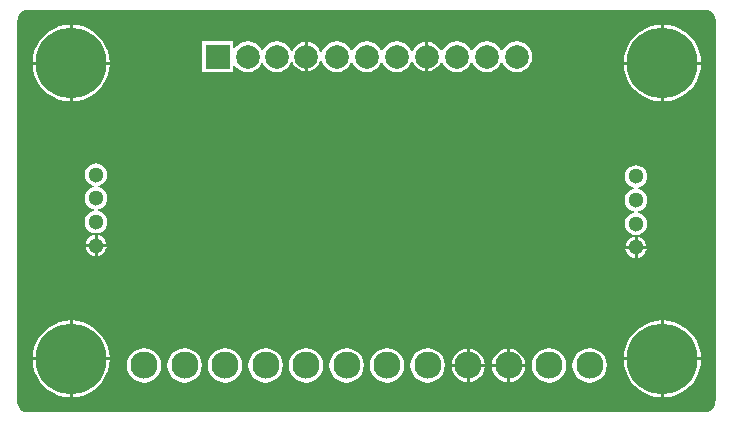
<source format=gbl>
G04 Layer_Physical_Order=2*
G04 Layer_Color=16711680*
%FSLAX25Y25*%
%MOIN*%
G70*
G01*
G75*
%ADD14C,0.02362*%
%ADD15C,0.23622*%
%ADD16C,0.05118*%
%ADD17C,0.09055*%
%ADD18C,0.07874*%
%ADD19R,0.07874X0.07874*%
%ADD20C,0.03543*%
G36*
X231532Y135954D02*
X232016Y135890D01*
X232826Y135555D01*
X233521Y135021D01*
X234055Y134326D01*
X234390Y133517D01*
X234489Y132766D01*
Y5894D01*
X234457Y5535D01*
X234444Y5468D01*
X234447Y5416D01*
X234409Y4936D01*
X234345Y4451D01*
X234010Y3641D01*
X233476Y2946D01*
X232781Y2413D01*
X231972Y2077D01*
X231468Y2011D01*
X5029D01*
X4279Y2110D01*
X3469Y2445D01*
X2774Y2979D01*
X2241Y3674D01*
X1905Y4484D01*
X1806Y5234D01*
Y132056D01*
X1806Y132500D01*
X1804Y132552D01*
X1841Y133032D01*
X1905Y133516D01*
X2241Y134326D01*
X2774Y135021D01*
X3469Y135555D01*
X4279Y135890D01*
X5030Y135989D01*
X230556Y135989D01*
X231000Y135989D01*
X231052Y135992D01*
X231532Y135954D01*
D02*
G37*
%LPC*%
G36*
X88205Y125634D02*
X86869Y125458D01*
X85624Y124943D01*
X84555Y124122D01*
X83735Y123053D01*
X83613Y122759D01*
X83113D01*
X82991Y123053D01*
X82171Y124122D01*
X81101Y124943D01*
X79856Y125458D01*
X78520Y125634D01*
X77184Y125458D01*
X75939Y124943D01*
X74870Y124122D01*
X74138Y123169D01*
X73638Y123303D01*
Y125590D01*
X63402D01*
Y115354D01*
X73638D01*
Y117641D01*
X74138Y117775D01*
X74870Y116822D01*
X75939Y116001D01*
X77184Y115486D01*
X78520Y115310D01*
X79856Y115486D01*
X81101Y116001D01*
X82171Y116822D01*
X82991Y117891D01*
X83113Y118185D01*
X83613D01*
X83735Y117891D01*
X84555Y116822D01*
X85624Y116001D01*
X86869Y115486D01*
X88205Y115310D01*
X89541Y115486D01*
X90786Y116001D01*
X91856Y116822D01*
X92676Y117891D01*
X92954Y118562D01*
X93495D01*
X93735Y117982D01*
X94527Y116951D01*
X95558Y116159D01*
X96759Y115662D01*
X97548Y115558D01*
Y120472D01*
Y125386D01*
X96759Y125282D01*
X95558Y124785D01*
X94527Y123993D01*
X93735Y122962D01*
X93495Y122382D01*
X92954D01*
X92676Y123053D01*
X91856Y124122D01*
X90786Y124943D01*
X89541Y125458D01*
X88205Y125634D01*
D02*
G37*
G36*
X168205D02*
X166869Y125458D01*
X165624Y124943D01*
X164555Y124122D01*
X163735Y123053D01*
X163476Y122429D01*
X162935D01*
X162676Y123053D01*
X161856Y124122D01*
X160786Y124943D01*
X159541Y125458D01*
X158205Y125634D01*
X156869Y125458D01*
X155624Y124943D01*
X154555Y124122D01*
X153735Y123053D01*
X153476Y122429D01*
X152935D01*
X152676Y123053D01*
X151856Y124122D01*
X150786Y124943D01*
X149541Y125458D01*
X148205Y125634D01*
X146869Y125458D01*
X145624Y124943D01*
X144555Y124122D01*
X143735Y123053D01*
X143378Y122192D01*
X142837D01*
X142518Y122962D01*
X141727Y123993D01*
X140695Y124785D01*
X139494Y125282D01*
X138705Y125386D01*
Y120472D01*
Y115558D01*
X139494Y115662D01*
X140695Y116159D01*
X141727Y116951D01*
X142518Y117982D01*
X142837Y118752D01*
X143378D01*
X143735Y117891D01*
X144555Y116822D01*
X145624Y116001D01*
X146869Y115486D01*
X148205Y115310D01*
X149541Y115486D01*
X150786Y116001D01*
X151856Y116822D01*
X152676Y117891D01*
X152935Y118516D01*
X153476D01*
X153735Y117891D01*
X154555Y116822D01*
X155624Y116001D01*
X156869Y115486D01*
X158205Y115310D01*
X159541Y115486D01*
X160786Y116001D01*
X161856Y116822D01*
X162676Y117891D01*
X162935Y118516D01*
X163476D01*
X163735Y117891D01*
X164555Y116822D01*
X165624Y116001D01*
X166869Y115486D01*
X168205Y115310D01*
X169541Y115486D01*
X170786Y116001D01*
X171856Y116822D01*
X172676Y117891D01*
X173192Y119136D01*
X173368Y120472D01*
X173192Y121808D01*
X172676Y123053D01*
X171856Y124122D01*
X170786Y124943D01*
X169541Y125458D01*
X168205Y125634D01*
D02*
G37*
G36*
X128205D02*
X126869Y125458D01*
X125624Y124943D01*
X124555Y124122D01*
X123735Y123053D01*
X123476Y122429D01*
X122935D01*
X122676Y123053D01*
X121856Y124122D01*
X120786Y124943D01*
X119541Y125458D01*
X118205Y125634D01*
X116869Y125458D01*
X115624Y124943D01*
X114555Y124122D01*
X113735Y123053D01*
X113476Y122429D01*
X112935D01*
X112676Y123053D01*
X111856Y124122D01*
X110786Y124943D01*
X109541Y125458D01*
X108205Y125634D01*
X106869Y125458D01*
X105624Y124943D01*
X104555Y124122D01*
X103735Y123053D01*
X103299Y122002D01*
X102758D01*
X102360Y122962D01*
X101569Y123993D01*
X100538Y124785D01*
X99337Y125282D01*
X98548Y125386D01*
Y120472D01*
Y115558D01*
X99337Y115662D01*
X100538Y116159D01*
X101569Y116951D01*
X102360Y117982D01*
X102758Y118942D01*
X103299D01*
X103735Y117891D01*
X104555Y116822D01*
X105624Y116001D01*
X106869Y115486D01*
X108205Y115310D01*
X109541Y115486D01*
X110786Y116001D01*
X111856Y116822D01*
X112676Y117891D01*
X112935Y118516D01*
X113476D01*
X113735Y117891D01*
X114555Y116822D01*
X115624Y116001D01*
X116869Y115486D01*
X118205Y115310D01*
X119541Y115486D01*
X120786Y116001D01*
X121856Y116822D01*
X122676Y117891D01*
X122935Y118516D01*
X123476D01*
X123735Y117891D01*
X124555Y116822D01*
X125624Y116001D01*
X126869Y115486D01*
X128205Y115310D01*
X129541Y115486D01*
X130787Y116001D01*
X131856Y116822D01*
X132676Y117891D01*
X133033Y118752D01*
X133574D01*
X133893Y117982D01*
X134684Y116951D01*
X135715Y116159D01*
X136916Y115662D01*
X137705Y115558D01*
Y120472D01*
Y125386D01*
X136916Y125282D01*
X135715Y124785D01*
X134684Y123993D01*
X133893Y122962D01*
X133574Y122192D01*
X133033D01*
X132676Y123053D01*
X131856Y124122D01*
X130787Y124943D01*
X129541Y125458D01*
X128205Y125634D01*
D02*
G37*
G36*
X217315Y131126D02*
Y118815D01*
X229626D01*
X229507Y120325D01*
X229037Y122286D01*
X228265Y124149D01*
X227211Y125868D01*
X225902Y127402D01*
X224368Y128711D01*
X222649Y129765D01*
X220786Y130537D01*
X218825Y131007D01*
X217315Y131126D01*
D02*
G37*
G36*
X216315D02*
X214805Y131007D01*
X212844Y130537D01*
X210981Y129765D01*
X209261Y128711D01*
X207728Y127402D01*
X206419Y125868D01*
X205365Y124149D01*
X204593Y122286D01*
X204122Y120325D01*
X204004Y118815D01*
X216315D01*
Y131126D01*
D02*
G37*
G36*
X20185D02*
Y118815D01*
X32496D01*
X32377Y120325D01*
X31907Y122286D01*
X31135Y124149D01*
X30081Y125868D01*
X28772Y127402D01*
X27239Y128711D01*
X25519Y129765D01*
X23656Y130537D01*
X21695Y131007D01*
X20185Y131126D01*
D02*
G37*
G36*
X19185D02*
X17675Y131007D01*
X15714Y130537D01*
X13851Y129765D01*
X12132Y128711D01*
X10598Y127402D01*
X9289Y125868D01*
X8235Y124149D01*
X7463Y122286D01*
X6993Y120325D01*
X6874Y118815D01*
X19185D01*
Y131126D01*
D02*
G37*
G36*
X229626Y117815D02*
X217315D01*
Y105504D01*
X218825Y105622D01*
X220786Y106093D01*
X222649Y106865D01*
X224368Y107919D01*
X225902Y109228D01*
X227211Y110762D01*
X228265Y112481D01*
X229037Y114344D01*
X229507Y116305D01*
X229626Y117815D01*
D02*
G37*
G36*
X216315D02*
X204004D01*
X204122Y116305D01*
X204593Y114344D01*
X205365Y112481D01*
X206419Y110762D01*
X207728Y109228D01*
X209261Y107919D01*
X210981Y106865D01*
X212844Y106093D01*
X214805Y105622D01*
X216315Y105504D01*
Y117815D01*
D02*
G37*
G36*
X32496D02*
X20185D01*
Y105504D01*
X21695Y105622D01*
X23656Y106093D01*
X25519Y106865D01*
X27239Y107919D01*
X28772Y109228D01*
X30081Y110762D01*
X31135Y112481D01*
X31907Y114344D01*
X32377Y116305D01*
X32496Y117815D01*
D02*
G37*
G36*
X19185D02*
X6874D01*
X6993Y116305D01*
X7463Y114344D01*
X8235Y112481D01*
X9289Y110762D01*
X10598Y109228D01*
X12132Y107919D01*
X13851Y106865D01*
X15714Y106093D01*
X17675Y105622D01*
X19185Y105504D01*
Y117815D01*
D02*
G37*
G36*
X28009Y84885D02*
X27033Y84757D01*
X26123Y84380D01*
X25342Y83780D01*
X24742Y82999D01*
X24365Y82089D01*
X24237Y81113D01*
X24365Y80137D01*
X24742Y79227D01*
X25342Y78445D01*
X26123Y77846D01*
X27033Y77469D01*
X27344Y77428D01*
Y76924D01*
X27033Y76883D01*
X26123Y76506D01*
X25342Y75906D01*
X24742Y75125D01*
X24365Y74215D01*
X24237Y73239D01*
X24365Y72263D01*
X24742Y71353D01*
X25342Y70571D01*
X26123Y69972D01*
X27033Y69595D01*
X27344Y69554D01*
Y69050D01*
X27033Y69009D01*
X26123Y68632D01*
X25342Y68032D01*
X24742Y67251D01*
X24365Y66341D01*
X24237Y65365D01*
X24365Y64388D01*
X24742Y63479D01*
X25342Y62697D01*
X26123Y62098D01*
X27033Y61721D01*
X28009Y61592D01*
X28986Y61721D01*
X29895Y62098D01*
X30677Y62697D01*
X31276Y63479D01*
X31653Y64388D01*
X31782Y65365D01*
X31653Y66341D01*
X31276Y67251D01*
X30677Y68032D01*
X29895Y68632D01*
X28986Y69009D01*
X28674Y69050D01*
Y69554D01*
X28986Y69595D01*
X29895Y69972D01*
X30677Y70571D01*
X31276Y71353D01*
X31653Y72263D01*
X31782Y73239D01*
X31653Y74215D01*
X31276Y75125D01*
X30677Y75906D01*
X29895Y76506D01*
X28986Y76883D01*
X28674Y76924D01*
Y77428D01*
X28986Y77469D01*
X29895Y77846D01*
X30677Y78445D01*
X31276Y79227D01*
X31653Y80137D01*
X31782Y81113D01*
X31653Y82089D01*
X31276Y82999D01*
X30677Y83780D01*
X29895Y84380D01*
X28986Y84757D01*
X28009Y84885D01*
D02*
G37*
G36*
X207991Y84282D02*
X207014Y84153D01*
X206105Y83776D01*
X205323Y83177D01*
X204724Y82395D01*
X204347Y81486D01*
X204218Y80509D01*
X204347Y79533D01*
X204724Y78623D01*
X205323Y77842D01*
X206105Y77242D01*
X207014Y76865D01*
X207326Y76824D01*
Y76320D01*
X207014Y76279D01*
X206105Y75902D01*
X205323Y75303D01*
X204724Y74521D01*
X204347Y73612D01*
X204218Y72635D01*
X204347Y71659D01*
X204724Y70749D01*
X205323Y69968D01*
X206105Y69368D01*
X207014Y68991D01*
X207326Y68950D01*
Y68446D01*
X207014Y68405D01*
X206105Y68028D01*
X205323Y67429D01*
X204724Y66647D01*
X204347Y65737D01*
X204218Y64761D01*
X204347Y63785D01*
X204724Y62875D01*
X205323Y62094D01*
X206105Y61494D01*
X207014Y61117D01*
X207991Y60989D01*
X208967Y61117D01*
X209877Y61494D01*
X210658Y62094D01*
X211258Y62875D01*
X211635Y63785D01*
X211763Y64761D01*
X211635Y65737D01*
X211258Y66647D01*
X210658Y67429D01*
X209877Y68028D01*
X208967Y68405D01*
X208656Y68446D01*
Y68950D01*
X208967Y68991D01*
X209877Y69368D01*
X210658Y69968D01*
X211258Y70749D01*
X211635Y71659D01*
X211763Y72635D01*
X211635Y73612D01*
X211258Y74521D01*
X210658Y75303D01*
X209877Y75902D01*
X208967Y76279D01*
X208656Y76320D01*
Y76824D01*
X208967Y76865D01*
X209877Y77242D01*
X210658Y77842D01*
X211258Y78623D01*
X211635Y79533D01*
X211763Y80509D01*
X211635Y81486D01*
X211258Y82395D01*
X210658Y83177D01*
X209877Y83776D01*
X208967Y84153D01*
X207991Y84282D01*
D02*
G37*
G36*
X28509Y61015D02*
Y57991D01*
X31533D01*
X31477Y58420D01*
X31118Y59286D01*
X30548Y60029D01*
X29804Y60600D01*
X28938Y60958D01*
X28509Y61015D01*
D02*
G37*
G36*
X27509D02*
X27080Y60958D01*
X26214Y60600D01*
X25471Y60029D01*
X24900Y59286D01*
X24542Y58420D01*
X24485Y57991D01*
X27509D01*
Y61015D01*
D02*
G37*
G36*
X208491Y60411D02*
Y57387D01*
X211515D01*
X211458Y57816D01*
X211100Y58682D01*
X210529Y59425D01*
X209786Y59996D01*
X208920Y60355D01*
X208491Y60411D01*
D02*
G37*
G36*
X207491D02*
X207062Y60355D01*
X206196Y59996D01*
X205452Y59425D01*
X204882Y58682D01*
X204523Y57816D01*
X204467Y57387D01*
X207491D01*
Y60411D01*
D02*
G37*
G36*
X31533Y56991D02*
X28509D01*
Y53967D01*
X28938Y54023D01*
X29804Y54382D01*
X30548Y54952D01*
X31118Y55696D01*
X31477Y56562D01*
X31533Y56991D01*
D02*
G37*
G36*
X27509D02*
X24485D01*
X24542Y56562D01*
X24900Y55696D01*
X25471Y54952D01*
X26214Y54382D01*
X27080Y54023D01*
X27509Y53967D01*
Y56991D01*
D02*
G37*
G36*
X211515Y56387D02*
X208491D01*
Y53363D01*
X208920Y53420D01*
X209786Y53778D01*
X210529Y54349D01*
X211100Y55092D01*
X211458Y55958D01*
X211515Y56387D01*
D02*
G37*
G36*
X207491D02*
X204467D01*
X204523Y55958D01*
X204882Y55092D01*
X205452Y54349D01*
X206196Y53778D01*
X207062Y53420D01*
X207491Y53363D01*
Y56387D01*
D02*
G37*
G36*
X217315Y32496D02*
Y20185D01*
X229626D01*
X229507Y21695D01*
X229037Y23656D01*
X228265Y25519D01*
X227211Y27239D01*
X225902Y28772D01*
X224368Y30081D01*
X222649Y31135D01*
X220786Y31907D01*
X218825Y32377D01*
X217315Y32496D01*
D02*
G37*
G36*
X216315D02*
X214805Y32377D01*
X212844Y31907D01*
X210981Y31135D01*
X209261Y30081D01*
X207728Y28772D01*
X206419Y27239D01*
X205365Y25519D01*
X204593Y23656D01*
X204122Y21695D01*
X204004Y20185D01*
X216315D01*
Y32496D01*
D02*
G37*
G36*
X20185D02*
Y20185D01*
X32496D01*
X32377Y21695D01*
X31907Y23656D01*
X31135Y25519D01*
X30081Y27239D01*
X28772Y28772D01*
X27239Y30081D01*
X25519Y31135D01*
X23656Y31907D01*
X21695Y32377D01*
X20185Y32496D01*
D02*
G37*
G36*
X19185D02*
X17675Y32377D01*
X15714Y31907D01*
X13851Y31135D01*
X12132Y30081D01*
X10598Y28772D01*
X9289Y27239D01*
X8235Y25519D01*
X7463Y23656D01*
X6993Y21695D01*
X6874Y20185D01*
X19185D01*
Y32496D01*
D02*
G37*
G36*
X166000Y23009D02*
Y18000D01*
X171009D01*
X170885Y18943D01*
X170328Y20288D01*
X169442Y21442D01*
X168288Y22328D01*
X166943Y22885D01*
X166000Y23009D01*
D02*
G37*
G36*
X165000D02*
X164057Y22885D01*
X162712Y22328D01*
X161558Y21442D01*
X160672Y20288D01*
X160115Y18943D01*
X159991Y18000D01*
X165000D01*
Y23009D01*
D02*
G37*
G36*
X152500D02*
Y18000D01*
X157509D01*
X157385Y18943D01*
X156828Y20288D01*
X155942Y21442D01*
X154788Y22328D01*
X153443Y22885D01*
X152500Y23009D01*
D02*
G37*
G36*
X151500D02*
X150557Y22885D01*
X149212Y22328D01*
X148058Y21442D01*
X147172Y20288D01*
X146615Y18943D01*
X146491Y18000D01*
X151500D01*
Y23009D01*
D02*
G37*
G36*
X171009Y17000D02*
X166000D01*
Y11991D01*
X166943Y12115D01*
X168288Y12672D01*
X169442Y13558D01*
X170328Y14712D01*
X170885Y16057D01*
X171009Y17000D01*
D02*
G37*
G36*
X165000D02*
X159991D01*
X160115Y16057D01*
X160672Y14712D01*
X161558Y13558D01*
X162712Y12672D01*
X164057Y12115D01*
X165000Y11991D01*
Y17000D01*
D02*
G37*
G36*
X157509D02*
X152500D01*
Y11991D01*
X153443Y12115D01*
X154788Y12672D01*
X155942Y13558D01*
X156828Y14712D01*
X157385Y16057D01*
X157509Y17000D01*
D02*
G37*
G36*
X151500D02*
X146491D01*
X146615Y16057D01*
X147172Y14712D01*
X148058Y13558D01*
X149212Y12672D01*
X150557Y12115D01*
X151500Y11991D01*
Y17000D01*
D02*
G37*
G36*
X192500Y23258D02*
X191010Y23062D01*
X189621Y22487D01*
X188428Y21572D01*
X187513Y20379D01*
X186938Y18990D01*
X186742Y17500D01*
X186938Y16010D01*
X187513Y14621D01*
X188428Y13429D01*
X189621Y12514D01*
X191010Y11938D01*
X192500Y11742D01*
X193990Y11938D01*
X195379Y12514D01*
X196572Y13429D01*
X197486Y14621D01*
X198062Y16010D01*
X198258Y17500D01*
X198062Y18990D01*
X197486Y20379D01*
X196572Y21572D01*
X195379Y22487D01*
X193990Y23062D01*
X192500Y23258D01*
D02*
G37*
G36*
X179000D02*
X177510Y23062D01*
X176121Y22487D01*
X174928Y21572D01*
X174013Y20379D01*
X173438Y18990D01*
X173242Y17500D01*
X173438Y16010D01*
X174013Y14621D01*
X174928Y13429D01*
X176121Y12514D01*
X177510Y11938D01*
X179000Y11742D01*
X180490Y11938D01*
X181879Y12514D01*
X183071Y13429D01*
X183986Y14621D01*
X184562Y16010D01*
X184758Y17500D01*
X184562Y18990D01*
X183986Y20379D01*
X183071Y21572D01*
X181879Y22487D01*
X180490Y23062D01*
X179000Y23258D01*
D02*
G37*
G36*
X138500D02*
X137010Y23062D01*
X135621Y22487D01*
X134429Y21572D01*
X133513Y20379D01*
X132938Y18990D01*
X132742Y17500D01*
X132938Y16010D01*
X133513Y14621D01*
X134429Y13429D01*
X135621Y12514D01*
X137010Y11938D01*
X138500Y11742D01*
X139990Y11938D01*
X141379Y12514D01*
X142571Y13429D01*
X143486Y14621D01*
X144062Y16010D01*
X144258Y17500D01*
X144062Y18990D01*
X143486Y20379D01*
X142571Y21572D01*
X141379Y22487D01*
X139990Y23062D01*
X138500Y23258D01*
D02*
G37*
G36*
X125000D02*
X123510Y23062D01*
X122121Y22487D01*
X120929Y21572D01*
X120013Y20379D01*
X119438Y18990D01*
X119242Y17500D01*
X119438Y16010D01*
X120013Y14621D01*
X120929Y13429D01*
X122121Y12514D01*
X123510Y11938D01*
X125000Y11742D01*
X126490Y11938D01*
X127879Y12514D01*
X129071Y13429D01*
X129987Y14621D01*
X130562Y16010D01*
X130758Y17500D01*
X130562Y18990D01*
X129987Y20379D01*
X129071Y21572D01*
X127879Y22487D01*
X126490Y23062D01*
X125000Y23258D01*
D02*
G37*
G36*
X111500D02*
X110010Y23062D01*
X108621Y22487D01*
X107429Y21572D01*
X106514Y20379D01*
X105938Y18990D01*
X105742Y17500D01*
X105938Y16010D01*
X106514Y14621D01*
X107429Y13429D01*
X108621Y12514D01*
X110010Y11938D01*
X111500Y11742D01*
X112990Y11938D01*
X114379Y12514D01*
X115571Y13429D01*
X116487Y14621D01*
X117062Y16010D01*
X117258Y17500D01*
X117062Y18990D01*
X116487Y20379D01*
X115571Y21572D01*
X114379Y22487D01*
X112990Y23062D01*
X111500Y23258D01*
D02*
G37*
G36*
X98000D02*
X96510Y23062D01*
X95121Y22487D01*
X93928Y21572D01*
X93014Y20379D01*
X92438Y18990D01*
X92242Y17500D01*
X92438Y16010D01*
X93014Y14621D01*
X93928Y13429D01*
X95121Y12514D01*
X96510Y11938D01*
X98000Y11742D01*
X99490Y11938D01*
X100879Y12514D01*
X102071Y13429D01*
X102987Y14621D01*
X103562Y16010D01*
X103758Y17500D01*
X103562Y18990D01*
X102987Y20379D01*
X102071Y21572D01*
X100879Y22487D01*
X99490Y23062D01*
X98000Y23258D01*
D02*
G37*
G36*
X84500D02*
X83010Y23062D01*
X81621Y22487D01*
X80428Y21572D01*
X79514Y20379D01*
X78938Y18990D01*
X78742Y17500D01*
X78938Y16010D01*
X79514Y14621D01*
X80428Y13429D01*
X81621Y12514D01*
X83010Y11938D01*
X84500Y11742D01*
X85990Y11938D01*
X87379Y12514D01*
X88572Y13429D01*
X89486Y14621D01*
X90062Y16010D01*
X90258Y17500D01*
X90062Y18990D01*
X89486Y20379D01*
X88572Y21572D01*
X87379Y22487D01*
X85990Y23062D01*
X84500Y23258D01*
D02*
G37*
G36*
X71000D02*
X69510Y23062D01*
X68121Y22487D01*
X66928Y21572D01*
X66013Y20379D01*
X65438Y18990D01*
X65242Y17500D01*
X65438Y16010D01*
X66013Y14621D01*
X66928Y13429D01*
X68121Y12514D01*
X69510Y11938D01*
X71000Y11742D01*
X72490Y11938D01*
X73879Y12514D01*
X75072Y13429D01*
X75986Y14621D01*
X76562Y16010D01*
X76758Y17500D01*
X76562Y18990D01*
X75986Y20379D01*
X75072Y21572D01*
X73879Y22487D01*
X72490Y23062D01*
X71000Y23258D01*
D02*
G37*
G36*
X57500D02*
X56010Y23062D01*
X54621Y22487D01*
X53429Y21572D01*
X52513Y20379D01*
X51938Y18990D01*
X51742Y17500D01*
X51938Y16010D01*
X52513Y14621D01*
X53429Y13429D01*
X54621Y12514D01*
X56010Y11938D01*
X57500Y11742D01*
X58990Y11938D01*
X60379Y12514D01*
X61572Y13429D01*
X62486Y14621D01*
X63062Y16010D01*
X63258Y17500D01*
X63062Y18990D01*
X62486Y20379D01*
X61572Y21572D01*
X60379Y22487D01*
X58990Y23062D01*
X57500Y23258D01*
D02*
G37*
G36*
X44000D02*
X42510Y23062D01*
X41121Y22487D01*
X39928Y21572D01*
X39013Y20379D01*
X38438Y18990D01*
X38242Y17500D01*
X38438Y16010D01*
X39013Y14621D01*
X39928Y13429D01*
X41121Y12514D01*
X42510Y11938D01*
X44000Y11742D01*
X45490Y11938D01*
X46879Y12514D01*
X48072Y13429D01*
X48987Y14621D01*
X49562Y16010D01*
X49758Y17500D01*
X49562Y18990D01*
X48987Y20379D01*
X48072Y21572D01*
X46879Y22487D01*
X45490Y23062D01*
X44000Y23258D01*
D02*
G37*
G36*
X229626Y19185D02*
X217315D01*
Y6874D01*
X218825Y6993D01*
X220786Y7463D01*
X222649Y8235D01*
X224368Y9289D01*
X225902Y10598D01*
X227211Y12132D01*
X228265Y13851D01*
X229037Y15714D01*
X229507Y17675D01*
X229626Y19185D01*
D02*
G37*
G36*
X216315D02*
X204004D01*
X204122Y17675D01*
X204593Y15714D01*
X205365Y13851D01*
X206419Y12132D01*
X207728Y10598D01*
X209261Y9289D01*
X210981Y8235D01*
X212844Y7463D01*
X214805Y6993D01*
X216315Y6874D01*
Y19185D01*
D02*
G37*
G36*
X32496D02*
X20185D01*
Y6874D01*
X21695Y6993D01*
X23656Y7463D01*
X25519Y8235D01*
X27239Y9289D01*
X28772Y10598D01*
X30081Y12132D01*
X31135Y13851D01*
X31907Y15714D01*
X32377Y17675D01*
X32496Y19185D01*
D02*
G37*
G36*
X19185D02*
X6874D01*
X6993Y17675D01*
X7463Y15714D01*
X8235Y13851D01*
X9289Y12132D01*
X10598Y10598D01*
X12132Y9289D01*
X13851Y8235D01*
X15714Y7463D01*
X17675Y6993D01*
X19185Y6874D01*
Y19185D01*
D02*
G37*
%LPD*%
D14*
X12975Y13232D02*
D03*
X10490Y19750D02*
D03*
X13127Y26141D02*
D03*
X19671Y28830D02*
D03*
X26112Y26294D02*
D03*
X28824Y19651D02*
D03*
X26112Y13283D02*
D03*
X19673Y10551D02*
D03*
X210105Y13232D02*
D03*
X207620Y19750D02*
D03*
X210257Y26141D02*
D03*
X216800Y28830D02*
D03*
X223242Y26294D02*
D03*
X225954Y19651D02*
D03*
X223242Y13283D02*
D03*
X216803Y10551D02*
D03*
X210105Y111862D02*
D03*
X207620Y118380D02*
D03*
X210257Y124771D02*
D03*
X216800Y127460D02*
D03*
X223242Y124923D02*
D03*
X225954Y118281D02*
D03*
X223242Y111913D02*
D03*
X216803Y109180D02*
D03*
X19673D02*
D03*
X26112Y111913D02*
D03*
X28824Y118281D02*
D03*
X26112Y124923D02*
D03*
X19671Y127460D02*
D03*
X13127Y124771D02*
D03*
X10490Y118380D02*
D03*
X12975Y111862D02*
D03*
D15*
X19685Y19685D02*
D03*
X216815D02*
D03*
Y118315D02*
D03*
X19685D02*
D03*
D16*
X28009Y81113D02*
D03*
Y73239D02*
D03*
Y57491D02*
D03*
Y65365D02*
D03*
X207991Y56887D02*
D03*
Y64761D02*
D03*
Y80509D02*
D03*
Y72635D02*
D03*
D17*
X44000Y17500D02*
D03*
X57500D02*
D03*
X71000D02*
D03*
X84500D02*
D03*
X98000D02*
D03*
X111500D02*
D03*
X125000D02*
D03*
X138500D02*
D03*
X152000D02*
D03*
X165500D02*
D03*
X179000D02*
D03*
X192500D02*
D03*
D18*
X158205Y120472D02*
D03*
X148205D02*
D03*
X138205D02*
D03*
X128205D02*
D03*
X78520D02*
D03*
X88205D02*
D03*
X98048D02*
D03*
X108205D02*
D03*
X118205D02*
D03*
X168205D02*
D03*
D19*
X68520D02*
D03*
D20*
X121500Y67000D02*
D03*
M02*

</source>
